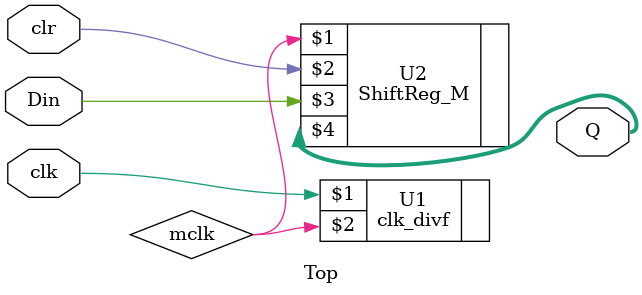
<source format=v>
`timescale 1ns / 1ps
module Top(
    input clk,
    input clr,
    input Din,
    output [3:0] Q
    );
	 wire mclk;
	 clk_divf U1 (clk,mclk);
	 ShiftReg_M U2 (mclk,clr,Din,Q);

endmodule

</source>
